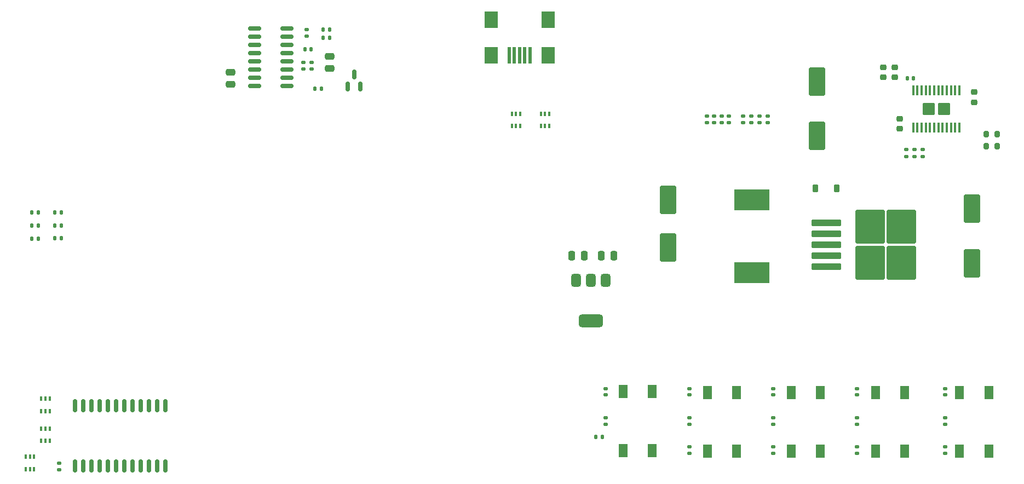
<source format=gtp>
G04 #@! TF.GenerationSoftware,KiCad,Pcbnew,8.0.3*
G04 #@! TF.CreationDate,2024-07-06T19:44:18-04:00*
G04 #@! TF.ProjectId,UMTK,554d544b-2e6b-4696-9361-645f70636258,rev?*
G04 #@! TF.SameCoordinates,Original*
G04 #@! TF.FileFunction,Paste,Top*
G04 #@! TF.FilePolarity,Positive*
%FSLAX46Y46*%
G04 Gerber Fmt 4.6, Leading zero omitted, Abs format (unit mm)*
G04 Created by KiCad (PCBNEW 8.0.3) date 2024-07-06 19:44:18*
%MOMM*%
%LPD*%
G01*
G04 APERTURE LIST*
G04 Aperture macros list*
%AMRoundRect*
0 Rectangle with rounded corners*
0 $1 Rounding radius*
0 $2 $3 $4 $5 $6 $7 $8 $9 X,Y pos of 4 corners*
0 Add a 4 corners polygon primitive as box body*
4,1,4,$2,$3,$4,$5,$6,$7,$8,$9,$2,$3,0*
0 Add four circle primitives for the rounded corners*
1,1,$1+$1,$2,$3*
1,1,$1+$1,$4,$5*
1,1,$1+$1,$6,$7*
1,1,$1+$1,$8,$9*
0 Add four rect primitives between the rounded corners*
20,1,$1+$1,$2,$3,$4,$5,0*
20,1,$1+$1,$4,$5,$6,$7,0*
20,1,$1+$1,$6,$7,$8,$9,0*
20,1,$1+$1,$8,$9,$2,$3,0*%
G04 Aperture macros list end*
%ADD10RoundRect,0.135000X0.135000X0.185000X-0.135000X0.185000X-0.135000X-0.185000X0.135000X-0.185000X0*%
%ADD11RoundRect,0.250000X-0.475000X0.250000X-0.475000X-0.250000X0.475000X-0.250000X0.475000X0.250000X0*%
%ADD12RoundRect,0.225000X0.250000X-0.225000X0.250000X0.225000X-0.250000X0.225000X-0.250000X-0.225000X0*%
%ADD13RoundRect,0.135000X0.185000X-0.135000X0.185000X0.135000X-0.185000X0.135000X-0.185000X-0.135000X0*%
%ADD14RoundRect,0.150000X-0.150000X0.875000X-0.150000X-0.875000X0.150000X-0.875000X0.150000X0.875000X0*%
%ADD15RoundRect,0.140000X0.170000X-0.140000X0.170000X0.140000X-0.170000X0.140000X-0.170000X-0.140000X0*%
%ADD16RoundRect,0.250000X-2.050000X-0.300000X2.050000X-0.300000X2.050000X0.300000X-2.050000X0.300000X0*%
%ADD17RoundRect,0.250000X-2.025000X-2.375000X2.025000X-2.375000X2.025000X2.375000X-2.025000X2.375000X0*%
%ADD18RoundRect,0.135000X-0.185000X0.135000X-0.185000X-0.135000X0.185000X-0.135000X0.185000X0.135000X0*%
%ADD19RoundRect,0.200000X0.200000X0.275000X-0.200000X0.275000X-0.200000X-0.275000X0.200000X-0.275000X0*%
%ADD20RoundRect,0.100000X0.100000X-0.225000X0.100000X0.225000X-0.100000X0.225000X-0.100000X-0.225000X0*%
%ADD21RoundRect,0.135000X-0.135000X-0.185000X0.135000X-0.185000X0.135000X0.185000X-0.135000X0.185000X0*%
%ADD22RoundRect,0.250000X0.475000X-0.250000X0.475000X0.250000X-0.475000X0.250000X-0.475000X-0.250000X0*%
%ADD23RoundRect,0.100000X-0.100000X0.225000X-0.100000X-0.225000X0.100000X-0.225000X0.100000X0.225000X0*%
%ADD24RoundRect,0.250000X-1.000000X1.950000X-1.000000X-1.950000X1.000000X-1.950000X1.000000X1.950000X0*%
%ADD25RoundRect,0.375000X-0.375000X0.625000X-0.375000X-0.625000X0.375000X-0.625000X0.375000X0.625000X0*%
%ADD26RoundRect,0.500000X-1.400000X0.500000X-1.400000X-0.500000X1.400000X-0.500000X1.400000X0.500000X0*%
%ADD27RoundRect,0.150000X0.850000X0.150000X-0.850000X0.150000X-0.850000X-0.150000X0.850000X-0.150000X0*%
%ADD28RoundRect,0.140000X-0.170000X0.140000X-0.170000X-0.140000X0.170000X-0.140000X0.170000X0.140000X0*%
%ADD29R,1.400000X2.100000*%
%ADD30RoundRect,0.250000X1.000000X-1.950000X1.000000X1.950000X-1.000000X1.950000X-1.000000X-1.950000X0*%
%ADD31RoundRect,0.225000X-0.225000X-0.375000X0.225000X-0.375000X0.225000X0.375000X-0.225000X0.375000X0*%
%ADD32R,0.500000X2.500000*%
%ADD33R,2.000000X2.500000*%
%ADD34RoundRect,0.250000X0.695000X-0.715000X0.695000X0.715000X-0.695000X0.715000X-0.695000X-0.715000X0*%
%ADD35RoundRect,0.100000X0.100000X-0.687500X0.100000X0.687500X-0.100000X0.687500X-0.100000X-0.687500X0*%
%ADD36RoundRect,0.150000X0.150000X-0.587500X0.150000X0.587500X-0.150000X0.587500X-0.150000X-0.587500X0*%
%ADD37RoundRect,0.250000X0.250000X0.475000X-0.250000X0.475000X-0.250000X-0.475000X0.250000X-0.475000X0*%
%ADD38RoundRect,0.140000X0.140000X0.170000X-0.140000X0.170000X-0.140000X-0.170000X0.140000X-0.170000X0*%
%ADD39RoundRect,0.140000X-0.140000X-0.170000X0.140000X-0.170000X0.140000X0.170000X-0.140000X0.170000X0*%
%ADD40R,5.500000X3.250000*%
G04 APERTURE END LIST*
D10*
X34292000Y-57277000D03*
X33272000Y-57277000D03*
X34292000Y-55245000D03*
X33272000Y-55245000D03*
X34292000Y-53213000D03*
X33272000Y-53213000D03*
D11*
X79314000Y-29100500D03*
X79314000Y-31000500D03*
D12*
X167487600Y-40307600D03*
X167487600Y-38757600D03*
D13*
X147066000Y-39370000D03*
X147066000Y-38350000D03*
X134960652Y-90510000D03*
X134960652Y-89490000D03*
D14*
X53974000Y-83141000D03*
X52704000Y-83141000D03*
X51434000Y-83141000D03*
X50164000Y-83141000D03*
X48894000Y-83141000D03*
X47624000Y-83141000D03*
X46354000Y-83141000D03*
X45084000Y-83141000D03*
X43814000Y-83141000D03*
X42544000Y-83141000D03*
X41274000Y-83141000D03*
X40004000Y-83141000D03*
X40004000Y-92441000D03*
X41274000Y-92441000D03*
X42544000Y-92441000D03*
X43814000Y-92441000D03*
X45084000Y-92441000D03*
X46354000Y-92441000D03*
X47624000Y-92441000D03*
X48894000Y-92441000D03*
X50164000Y-92441000D03*
X51434000Y-92441000D03*
X52704000Y-92441000D03*
X53974000Y-92441000D03*
D13*
X174500000Y-86010000D03*
X174500000Y-84990000D03*
D15*
X174500000Y-81480000D03*
X174500000Y-80520000D03*
D16*
X156150000Y-54829000D03*
X156150000Y-56529000D03*
X156150000Y-58229000D03*
D17*
X162875000Y-55454000D03*
X162875000Y-61004000D03*
X167725000Y-55454000D03*
X167725000Y-61004000D03*
D16*
X156150000Y-59929000D03*
X156150000Y-61629000D03*
D10*
X79316000Y-24970500D03*
X78296000Y-24970500D03*
D18*
X171069000Y-43557000D03*
X171069000Y-44577000D03*
D13*
X37500000Y-93020000D03*
X37500000Y-92000000D03*
D19*
X182552667Y-43000000D03*
X180902667Y-43000000D03*
D20*
X107514000Y-39873000D03*
X108164000Y-39873000D03*
X108814000Y-39873000D03*
X108814000Y-37973000D03*
X108164000Y-37973000D03*
X107514000Y-37973000D03*
D18*
X139954000Y-38352000D03*
X139954000Y-39372000D03*
D21*
X36826000Y-55245000D03*
X37846000Y-55245000D03*
D12*
X164957667Y-32372500D03*
X164957667Y-30822500D03*
D22*
X64000000Y-31550000D03*
X64000000Y-33450000D03*
D18*
X145796000Y-38350000D03*
X145796000Y-39370000D03*
D23*
X36056000Y-82050000D03*
X35406000Y-82050000D03*
X34756000Y-82050000D03*
X34756000Y-83950000D03*
X35406000Y-83950000D03*
X36056000Y-83950000D03*
D13*
X160881956Y-86010000D03*
X160881956Y-84990000D03*
X169799000Y-44579000D03*
X169799000Y-43559000D03*
X147921304Y-86010000D03*
X147921304Y-84990000D03*
D23*
X33650000Y-91050000D03*
X33000000Y-91050000D03*
X32350000Y-91050000D03*
X32350000Y-92950000D03*
X33000000Y-92950000D03*
X33650000Y-92950000D03*
D13*
X144526000Y-39366000D03*
X144526000Y-38346000D03*
D24*
X178689000Y-52696000D03*
X178689000Y-61096000D03*
D25*
X122061000Y-63754000D03*
X119761000Y-63754000D03*
D26*
X119761000Y-70054000D03*
D25*
X117461000Y-63754000D03*
D10*
X78046000Y-34114500D03*
X77026000Y-34114500D03*
D27*
X72710000Y-33733500D03*
X72710000Y-32463500D03*
X72710000Y-31193500D03*
X72710000Y-29923500D03*
X72710000Y-28653500D03*
X72710000Y-27383500D03*
X72710000Y-26113500D03*
X72710000Y-24843500D03*
X67710000Y-24843500D03*
X67710000Y-26113500D03*
X67710000Y-27383500D03*
X67710000Y-28653500D03*
X67710000Y-29923500D03*
X67710000Y-31193500D03*
X67710000Y-32463500D03*
X67710000Y-33733500D03*
D21*
X36826000Y-53255000D03*
X37846000Y-53255000D03*
D28*
X75758000Y-24998500D03*
X75758000Y-25958500D03*
D20*
X112014000Y-39878000D03*
X112664000Y-39878000D03*
X113314000Y-39878000D03*
X113314000Y-37978000D03*
X112664000Y-37978000D03*
X112014000Y-37978000D03*
D13*
X141097000Y-39370000D03*
X141097000Y-38350000D03*
X134960652Y-86010000D03*
X134960652Y-84990000D03*
X147921304Y-90510000D03*
X147921304Y-89490000D03*
D29*
X155250000Y-81075000D03*
X155250000Y-90175000D03*
X150750000Y-81075000D03*
X150750000Y-90175000D03*
D10*
X79316000Y-26240500D03*
X78296000Y-26240500D03*
D30*
X131699000Y-58700000D03*
X131699000Y-51300000D03*
D10*
X121510000Y-88000000D03*
X120490000Y-88000000D03*
D31*
X154433000Y-49530000D03*
X157733000Y-49530000D03*
D29*
X181250000Y-81075000D03*
X181250000Y-90175000D03*
X176750000Y-81075000D03*
X176750000Y-90175000D03*
X168250000Y-81075000D03*
X168250000Y-90175000D03*
X163750000Y-81075000D03*
X163750000Y-90175000D03*
D13*
X75250000Y-31068500D03*
X75250000Y-30048500D03*
D32*
X110300000Y-28959000D03*
X109500000Y-28959000D03*
X108700000Y-28959000D03*
X107900000Y-28959000D03*
X107100000Y-28959000D03*
D33*
X113100000Y-28959000D03*
X113100000Y-23459000D03*
X104300000Y-28959000D03*
X104300000Y-23459000D03*
D34*
X171969000Y-37259500D03*
X174309000Y-37259500D03*
D35*
X169564000Y-40122000D03*
X170214000Y-40122000D03*
X170864000Y-40122000D03*
X171514000Y-40122000D03*
X172164000Y-40122000D03*
X172814000Y-40122000D03*
X173464000Y-40122000D03*
X174114000Y-40122000D03*
X174764000Y-40122000D03*
X175414000Y-40122000D03*
X176064000Y-40122000D03*
X176714000Y-40122000D03*
X176714000Y-34397000D03*
X176064000Y-34397000D03*
X175414000Y-34397000D03*
X174764000Y-34397000D03*
X174114000Y-34397000D03*
X173464000Y-34397000D03*
X172814000Y-34397000D03*
X172164000Y-34397000D03*
X171514000Y-34397000D03*
X170864000Y-34397000D03*
X170214000Y-34397000D03*
X169564000Y-34397000D03*
D13*
X122000000Y-86010000D03*
X122000000Y-84990000D03*
D15*
X147921304Y-81480000D03*
X147921304Y-80520000D03*
D13*
X174500000Y-90510000D03*
X174500000Y-89490000D03*
D29*
X142250000Y-81075000D03*
X142250000Y-90175000D03*
X137750000Y-81075000D03*
X137750000Y-90175000D03*
D36*
X82174000Y-33782000D03*
X84074000Y-33782000D03*
X83124000Y-31907000D03*
D37*
X123251000Y-59919000D03*
X121351000Y-59919000D03*
D13*
X160881956Y-90510000D03*
X160881956Y-89490000D03*
D21*
X37846000Y-57235000D03*
X36826000Y-57235000D03*
D13*
X168529000Y-44579000D03*
X168529000Y-43559000D03*
D12*
X166735667Y-32372500D03*
X166735667Y-30822500D03*
D18*
X143256000Y-38346000D03*
X143256000Y-39366000D03*
D38*
X169593200Y-32496800D03*
X168633200Y-32496800D03*
D15*
X134960652Y-81480000D03*
X134960652Y-80520000D03*
D19*
X182552667Y-41148000D03*
X180902667Y-41148000D03*
D13*
X76520000Y-31068500D03*
X76520000Y-30048500D03*
D24*
X154744000Y-32985500D03*
X154744000Y-41385500D03*
D29*
X129250000Y-80950000D03*
X129250000Y-90050000D03*
X124750000Y-80950000D03*
X124750000Y-90050000D03*
D39*
X75532000Y-28018500D03*
X76492000Y-28018500D03*
D15*
X122000000Y-81480000D03*
X122000000Y-80520000D03*
D12*
X178968400Y-36218200D03*
X178968400Y-34668200D03*
D40*
X144645000Y-51335000D03*
X144645000Y-62585000D03*
D13*
X138811000Y-39370000D03*
X138811000Y-38350000D03*
D15*
X160881956Y-81480000D03*
X160881956Y-80520000D03*
D23*
X36056000Y-86675000D03*
X35406000Y-86675000D03*
X34756000Y-86675000D03*
X34756000Y-88575000D03*
X35406000Y-88575000D03*
X36056000Y-88575000D03*
D18*
X137668000Y-38350000D03*
X137668000Y-39370000D03*
D37*
X118679000Y-59919000D03*
X116779000Y-59919000D03*
M02*

</source>
